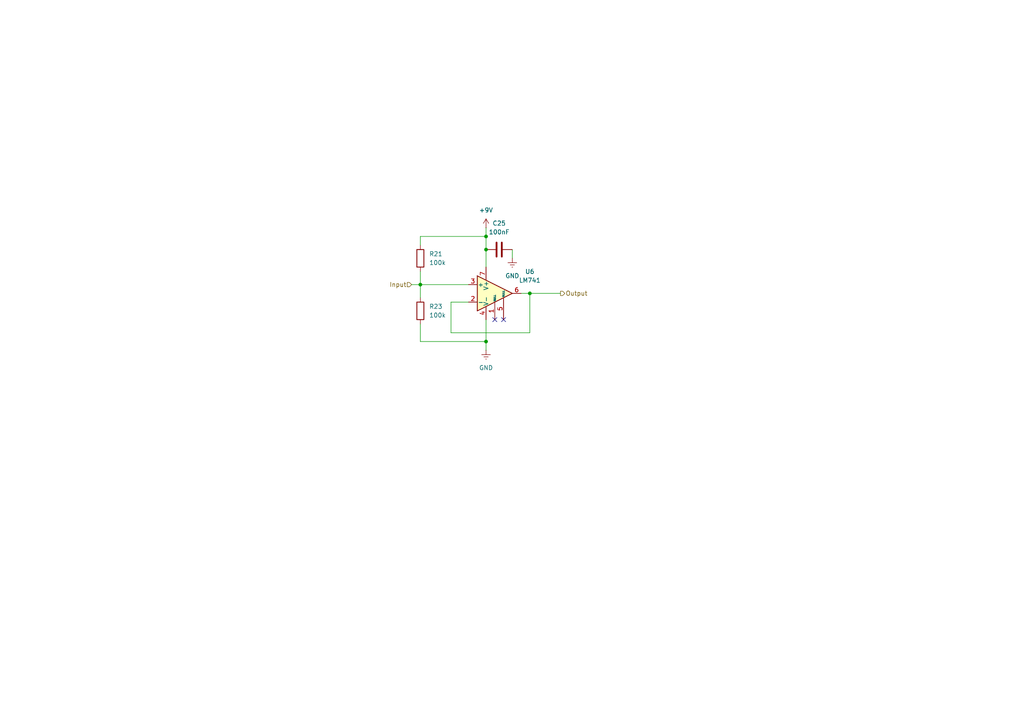
<source format=kicad_sch>
(kicad_sch (version 20250114) (generator "eeschema") (generator_version "9.0")
  (paper "A4")
  (lib_symbols
    (symbol "Amplifier_Operational:LM741" (pin_names (offset 0.127))
      (property "Reference" "U" (at 0 6.35 0))
      (property "Value" "LM741" (at 0 3.81 0))
      (symbol "LM741_0_1"
        (polyline (pts (xy -5.08 5.08) (xy 5.08 0) (xy -5.08 -5.08) (xy -5.08 5.08)) (stroke (width 0.254)) (fill (type background)))
      )
      (symbol "LM741_1_1"
        (pin input line (at -7.62 2.54 0) (length 2.54) (name "+") (number "3"))
        (pin input line (at -7.62 -2.54 0) (length 2.54) (name "-") (number "2"))
        (pin power_in line (at -2.54 7.62 270) (length 3.81) (name "V+") (number "7"))
        (pin power_in line (at -2.54 -7.62 90) (length 3.81) (name "V-") (number "4"))
        (pin no_connect line (at 0 2.54 270) (length 2.54) (hide yes) (name "NC") (number "8"))
        (pin input line (at 0 -7.62 90) (length 5.08) (name "NULL") (number "1"))
        (pin input line (at 2.54 -7.62 90) (length 6.35) (name "NULL") (number "5"))
        (pin output line (at 7.62 0 180) (length 2.54) (name "~") (number "6"))
      )
    )
    (symbol "Device:C" (pin_numbers (hide yes)) (pin_names (offset 0.254))
      (property "Reference" "C" (at 0.635 2.54 0))
      (property "Value" "C" (at 0.635 -2.54 0))
      (symbol "C_0_1"
        (polyline (pts (xy -2.032 0.762) (xy 2.032 0.762)) (stroke (width 0.508)))
        (polyline (pts (xy -2.032 -0.762) (xy 2.032 -0.762)) (stroke (width 0.508)))
      )
      (symbol "C_1_1"
        (pin passive line (at 0 3.81 270) (length 2.794) (name "~") (number "1"))
        (pin passive line (at 0 -3.81 90) (length 2.794) (name "~") (number "2"))
      )
    )
    (symbol "Device:R" (pin_numbers (hide yes)) (pin_names (offset 0))
      (property "Reference" "R" (at 2.032 0 90))
      (property "Value" "R" (at 0 0 90))
      (symbol "R_0_1"
        (rectangle (start -1.016 -2.54) (end 1.016 2.54) (stroke (width 0.254)))
      )
      (symbol "R_1_1"
        (pin passive line (at 0 3.81 270) (length 1.27) (name "~") (number "1"))
        (pin passive line (at 0 -3.81 90) (length 1.27) (name "~") (number "2"))
      )
    )
    (symbol "power:+9V" (power) (pin_numbers (hide yes)) (pin_names (offset 0) (hide yes))
      (property "Value" "+9V" (at 0 3.556 0))
      (symbol "+9V_0_1"
        (polyline (pts (xy -0.762 1.27) (xy 0 2.54)))
        (polyline (pts (xy 0 2.54) (xy 0.762 1.27)))
        (polyline (pts (xy 0 0) (xy 0 2.54)))
      )
      (symbol "+9V_1_1"
        (pin power_in line (at 0 0 90) (length 0) (name "~") (number "1"))
      )
    )
    (symbol "power:Earth" (power) (pin_numbers (hide yes)) (pin_names (offset 0) (hide yes))
      (property "Value" "Earth" (at 0 -3.81 0))
      (symbol "Earth_0_1"
        (polyline (pts (xy -0.635 -1.905) (xy 0.635 -1.905)))
        (polyline (pts (xy -0.127 -2.54) (xy 0.127 -2.54)))
        (polyline (pts (xy 0 -1.27) (xy 0 0)))
        (polyline (pts (xy 1.27 -1.27) (xy -1.27 -1.27)))
      )
      (symbol "Earth_1_1"
        (pin power_in line (at 0 0 270) (length 0) (name "~") (number "1"))
      )
    )
  )
  (junction (at 140.97 72.39))
  (junction (at 140.97 99.06))
  (junction (at 121.92 82.55))
  (junction (at 140.97 68.58))
  (junction (at 153.67 85.09))
  (no_connect (at 143.51 92.71))
  (no_connect (at 146.05 92.71))
  (wire (pts (xy 121.92 71.12) (xy 121.92 68.58)))
  (wire (pts (xy 121.92 82.55) (xy 135.89 82.55)))
  (wire (pts (xy 140.97 77.47) (xy 140.97 72.39)))
  (wire (pts (xy 140.97 99.06) (xy 140.97 92.71)))
  (wire (pts (xy 153.67 85.09) (xy 162.56 85.09)))
  (wire (pts (xy 153.67 85.09) (xy 151.13 85.09)))
  (wire (pts (xy 119.38 82.55) (xy 121.92 82.55)))
  (wire (pts (xy 148.59 74.93) (xy 148.59 72.39)))
  (wire (pts (xy 135.89 87.63) (xy 130.81 87.63)))
  (wire (pts (xy 153.67 96.52) (xy 153.67 85.09)))
  (wire (pts (xy 121.92 99.06) (xy 140.97 99.06)))
  (wire (pts (xy 140.97 101.6) (xy 140.97 99.06)))
  (wire (pts (xy 140.97 66.04) (xy 140.97 68.58)))
  (wire (pts (xy 121.92 78.74) (xy 121.92 82.55)))
  (wire (pts (xy 140.97 68.58) (xy 140.97 72.39)))
  (wire (pts (xy 130.81 87.63) (xy 130.81 96.52)))
  (wire (pts (xy 130.81 96.52) (xy 153.67 96.52)))
  (wire (pts (xy 121.92 93.98) (xy 121.92 99.06)))
  (wire (pts (xy 121.92 68.58) (xy 140.97 68.58)))
  (wire (pts (xy 121.92 82.55) (xy 121.92 86.36)))
  (hierarchical_label "Output" (shape output) (at 162.56 85.09 0))
  (hierarchical_label "Input" (shape input) (at 119.38 82.55 180))
  (symbol (lib_id "power:Earth") (at 148.59 74.93 0) (mirror y) (unit 1)
    (property "Reference" "#PWR016" (effects (hide yes)))
    (property "Value" "GND" (at 148.59 80.01 0))
    (property "Description" "Power symbol creates a global label with name \"Earth\"" (effects (hide yes)))
    (instances (project "FFaE" (path "" (reference "#PWR019") (unit 1)) (path "" (reference "#PWR016") (unit 1))))
  )
  (symbol (lib_id "power:+9V") (at 140.97 66.04 0) (unit 1)
    (property "Reference" "#PWR017" (effects (hide yes)))
    (property "Value" "+9V" (at 140.97 60.96 0))
    (property "Description" "Power symbol creates a global label with name \"+9V\"" (effects (hide yes)))
    (instances (project "FFaE" (path "" (reference "#PWR020") (unit 1)) (path "" (reference "#PWR017") (unit 1))))
  )
  (symbol (lib_id "Device:R") (at 121.92 74.93 0) (unit 1)
    (property "Reference" "R20" (at 124.46 73.6599 0) (effects (justify left)))
    (property "Value" "100k" (at 124.46 76.1999 0) (effects (justify left)))
    (property "Footprint" "Resistor_THT:R_Axial_DIN0207_L6.3mm_D2.5mm_P7.62mm_Horizontal" (effects (hide yes)))
    (property "Description" "Resistor" (effects (hide yes)))
    (instances (project "FFaE" (path "" (reference "R21") (unit 1)) (path "" (reference "R20") (unit 1))))
  )
  (symbol (lib_id "Amplifier_Operational:LM741") (at 143.51 85.09 0) (unit 1)
    (property "Reference" "U5" (at 153.67 78.7714 0))
    (property "Value" "LM741" (at 153.67 81.3114 0))
    (property "Footprint" "Package_DIP:DIP-8_W7.62mm" (effects (hide yes)))
    (property "Datasheet" "http://www.ti.com/lit/ds/symlink/lm741.pdf" (effects (hide yes)))
    (property "Description" "Operational Amplifier, DIP-8/TO-99-8" (effects (hide yes)))
    (instances (project "FFaE" (path "" (reference "U6") (unit 1)) (path "" (reference "U5") (unit 1))))
  )
  (symbol (lib_id "Device:C") (at 144.78 72.39 270) (mirror x) (unit 1)
    (property "Reference" "C24" (at 144.78 64.77 90))
    (property "Value" "100nF" (at 144.78 67.31 90))
    (property "Footprint" "Capacitor_THT:C_Rect_L4.0mm_W2.5mm_P2.50mm" (effects (hide yes)))
    (property "Description" "Unpolarized capacitor" (effects (hide yes)))
    (instances (project "FFaE" (path "" (reference "C25") (unit 1)) (path "" (reference "C24") (unit 1))))
  )
  (symbol (lib_id "Device:R") (at 121.92 90.17 0) (unit 1)
    (property "Reference" "R22" (at 124.46 88.8999 0) (effects (justify left)))
    (property "Value" "100k" (at 124.46 91.4399 0) (effects (justify left)))
    (property "Footprint" "Resistor_THT:R_Axial_DIN0207_L6.3mm_D2.5mm_P7.62mm_Horizontal" (effects (hide yes)))
    (property "Description" "Resistor" (effects (hide yes)))
    (instances (project "FFaE" (path "" (reference "R23") (unit 1)) (path "" (reference "R22") (unit 1))))
  )
  (symbol (lib_id "power:Earth") (at 140.97 101.6 0) (unit 1)
    (property "Reference" "#PWR018" (effects (hide yes)))
    (property "Value" "GND" (at 140.97 106.68 0))
    (property "Description" "Power symbol creates a global label with name \"Earth\"" (effects (hide yes)))
    (instances (project "FFaE" (path "" (reference "#PWR021") (unit 1)) (path "" (reference "#PWR018") (unit 1))))
  )
)
</source>
